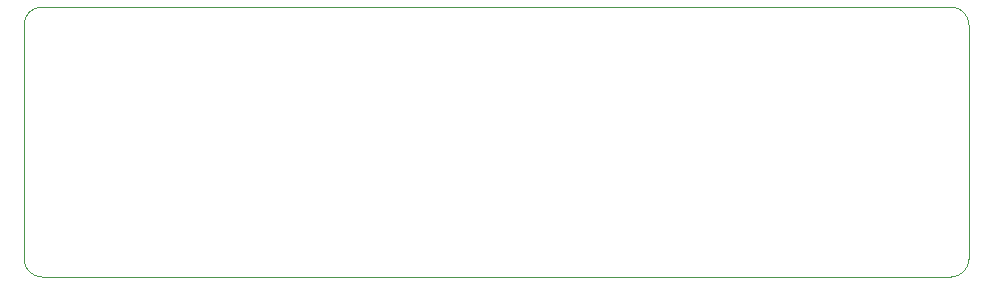
<source format=gm1>
G04 #@! TF.GenerationSoftware,KiCad,Pcbnew,(6.0.4)*
G04 #@! TF.CreationDate,2022-06-23T11:25:04-03:00*
G04 #@! TF.ProjectId,HTLRBL32L-10_EvB_V1.0_Rev6.1,48544c52-424c-4333-924c-2d31305f4576,6.0*
G04 #@! TF.SameCoordinates,Original*
G04 #@! TF.FileFunction,Profile,NP*
%FSLAX46Y46*%
G04 Gerber Fmt 4.6, Leading zero omitted, Abs format (unit mm)*
G04 Created by KiCad (PCBNEW (6.0.4)) date 2022-06-23 11:25:04*
%MOMM*%
%LPD*%
G01*
G04 APERTURE LIST*
G04 #@! TA.AperFunction,Profile*
%ADD10C,0.050000*%
G04 #@! TD*
G04 APERTURE END LIST*
D10*
X100000000Y-88664000D02*
X100000000Y-108476000D01*
X180010000Y-108476000D02*
X180010000Y-88664000D01*
X101524000Y-87140000D02*
G75*
G03*
X100000000Y-88664000I0J-1524000D01*
G01*
X180010000Y-88664000D02*
G75*
G03*
X178486000Y-87140000I-1524000J0D01*
G01*
X178486000Y-110000000D02*
G75*
G03*
X180010000Y-108476000I0J1524000D01*
G01*
X178486000Y-87140000D02*
X101524000Y-87140002D01*
X100000000Y-108476000D02*
G75*
G03*
X101524000Y-110000000I1524000J0D01*
G01*
X101524000Y-110000000D02*
X178486000Y-110000000D01*
M02*

</source>
